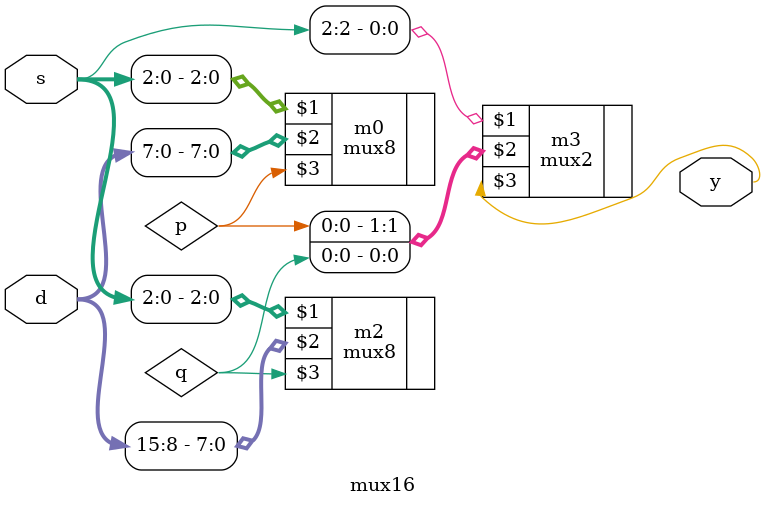
<source format=v>
module mux16
(s,d,y);
input wire [3:0]s;
input wire [15:0]d;
output wire y;
wire p,q;
mux8 m0(s[2:0],d[7:0],p);
mux8 m2(s[2:0],d[15:8],q);
mux2 m3(s[2],{p,q},y);
endmodule

</source>
